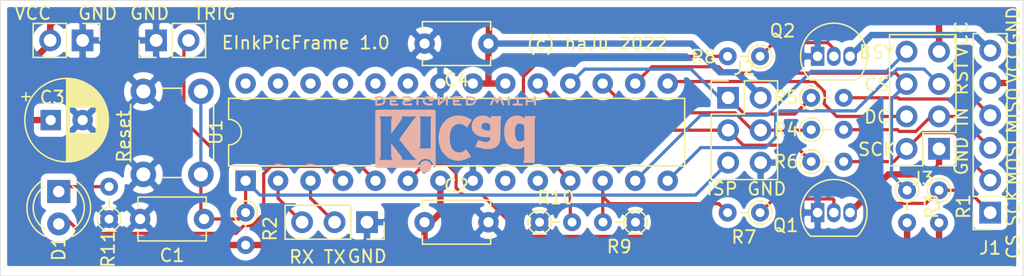
<source format=kicad_pcb>
(kicad_pcb (version 20171130) (host pcbnew "(5.1.12)-1")
  (layers (0 F.Cu signal) (31 B.Cu signal) (34 B.Paste user) (35 F.Paste user) (36 B.SilkS user hide) (37 F.SilkS user) (38 B.Mask user) (39 F.Mask user) (44 Edge.Cuts user))
  (net 0 "")
  (net 1 RESET)
  (net 2 GND)
  (net 3 +3V3)
  (net 4 LED)
  (net 5 SDCS)
  (net 6 SCK)
  (net 7 MOSI)
  (net 8 MISO)
  (net 9 SDGND)
  (net 10 "Net-(J2-Pad1)")
  (net 11 "Net-(J2-Pad3)")
  (net 12 "Net-(J2-Pad4)")
  (net 13 DPGND)
  (net 14 DPCS)
  (net 15 DPDC)
  (net 16 DPRST)
  (net 17 DPBUSY)
  (net 18 TXD)
  (net 19 RXD)
  (net 20 TRIG)
  (net 21 "Net-(Q1-Pad2)")
  (net 22 "Net-(Q2-Pad2)")
  (net 23 DPFET)
  (net 24 SDFET)
  (net 25 "Net-(U1-Pad9)")
  (net 26 "Net-(U1-Pad23)")
  (net 27 "Net-(U1-Pad10)")
  (net 28 "Net-(U1-Pad24)")
  (net 29 "Net-(U1-Pad25)")
  (net 30 "Net-(U1-Pad26)")
  (net 31 "Net-(U1-Pad27)")
  (net 32 "Net-(U1-Pad28)")
  (net 33 "Net-(D1-Pad1)")
  (module Symbol:KiCad-Logo2_5mm_SilkScreen (layer B.Cu) (at 134.6708 96.8756)
    (fp_text reference REF** hide)
    (fp_text value KiCad-Logo2_5mm_SilkScreen hide)
  )
  (module Connector_PinHeader_2.54mm:PinHeader_2x04_P2.54mm_Vertical (layer F.Cu) (at 172.5 98 180)
    (fp_text reference J3 (at 1.27 -2.33) (layer F.SilkS))
    (fp_text value EPD)
    (pad 1 thru_hole rect (at 0 0 180) (size 1.7 1.7) (drill 1) (layers *.Cu *.Mask) (net 13 DPGND))
    (pad 2 thru_hole oval (at 2.54 0 180) (size 1.7 1.7) (drill 1) (layers *.Cu *.Mask) (net 6 SCK))
    (pad 3 thru_hole oval (at 0 2.54 180) (size 1.7 1.7) (drill 1) (layers *.Cu *.Mask) (net 7 MOSI))
    (pad 4 thru_hole oval (at 2.54 2.54 180) (size 1.7 1.7) (drill 1) (layers *.Cu *.Mask) (net 15 DPDC))
    (pad 5 thru_hole oval (at 0 5.08 180) (size 1.7 1.7) (drill 1) (layers *.Cu *.Mask) (net 16 DPRST))
    (pad 6 thru_hole oval (at 2.54 5.08 180) (size 1.7 1.7) (drill 1) (layers *.Cu *.Mask) (net 14 DPCS))
    (pad 7 thru_hole oval (at 0 7.62 180) (size 1.7 1.7) (drill 1) (layers *.Cu *.Mask) (net 3 +3V3))
    (pad 8 thru_hole oval (at 2.54 7.62 180) (size 1.7 1.7) (drill 1) (layers *.Cu *.Mask) (net 17 DPBUSY))
  )
  (module LED_THT:LED_D4.0mm (layer F.Cu) (at 103.632 101.346 270)
    (fp_text reference D1 (at 4.4704 0 90) (layer F.SilkS))
    (fp_text value LED)
    (pad 1 thru_hole rect (at 0 0 270) (size 1.8 1.8) (drill 0.9) (layers *.Cu *.Mask) (net 33 "Net-(D1-Pad1)"))
    (pad 2 thru_hole circle (at 2.54 0 270) (size 1.8 1.8) (drill 0.9) (layers *.Cu *.Mask) (net 4 LED))
  )
  (module Capacitor_THT:C_Disc_D5.1mm_W3.2mm_P5.00mm (layer F.Cu) (at 115 103.5 180)
    (fp_text reference C1 (at 2.5 -2.85) (layer F.SilkS))
    (fp_text value "100 nF")
    (pad 1 thru_hole circle (at 0 0 180) (size 1.6 1.6) (drill 0.8) (layers *.Cu *.Mask) (net 1 RESET))
    (pad 2 thru_hole circle (at 5 0 180) (size 1.6 1.6) (drill 0.8) (layers *.Cu *.Mask) (net 2 GND))
  )
  (module Capacitor_THT:C_Disc_D5.1mm_W3.2mm_P5.00mm (layer F.Cu) (at 132.25 103.75)
    (fp_text reference C2 (at 2.5 -2.85) (layer F.SilkS))
    (fp_text value "0.1 uF")
    (pad 1 thru_hole circle (at 0 0) (size 1.6 1.6) (drill 0.8) (layers *.Cu *.Mask) (net 3 +3V3))
    (pad 2 thru_hole circle (at 5 0) (size 1.6 1.6) (drill 0.8) (layers *.Cu *.Mask) (net 2 GND))
  )
  (module Capacitor_THT:CP_Radial_D6.3mm_P2.50mm (layer F.Cu) (at 103 95.75)
    (fp_text reference C3 (at 0.124 -1.77) (layer F.SilkS))
    (fp_text value CP)
    (pad 1 thru_hole rect (at 0 0) (size 1.6 1.6) (drill 0.8) (layers *.Cu *.Mask) (net 3 +3V3))
    (pad 2 thru_hole circle (at 2.5 0) (size 1.6 1.6) (drill 0.8) (layers *.Cu *.Mask) (net 2 GND))
  )
  (module Capacitor_THT:C_Disc_D5.1mm_W3.2mm_P5.00mm (layer F.Cu) (at 137.25 89.75 180)
    (fp_text reference C4 (at 2.5 -2.85) (layer F.SilkS))
    (fp_text value "0.1 uF")
    (pad 2 thru_hole circle (at 5 0 180) (size 1.6 1.6) (drill 0.8) (layers *.Cu *.Mask) (net 2 GND))
    (pad 1 thru_hole circle (at 0 0 180) (size 1.6 1.6) (drill 0.8) (layers *.Cu *.Mask) (net 3 +3V3))
  )
  (module Connector_PinHeader_2.54mm:PinHeader_2x03_P2.54mm_Vertical (layer F.Cu) (at 156 94)
    (fp_text reference J2 (at 1.27 -2.33) (layer F.SilkS))
    (fp_text value AVR-ISP-6)
    (pad 1 thru_hole rect (at 0 0) (size 1.7 1.7) (drill 1) (layers *.Cu *.Mask) (net 10 "Net-(J2-Pad1)"))
    (pad 2 thru_hole oval (at 2.54 0) (size 1.7 1.7) (drill 1) (layers *.Cu *.Mask) (net 3 +3V3))
    (pad 3 thru_hole oval (at 0 2.54) (size 1.7 1.7) (drill 1) (layers *.Cu *.Mask) (net 11 "Net-(J2-Pad3)"))
    (pad 4 thru_hole oval (at 2.54 2.54) (size 1.7 1.7) (drill 1) (layers *.Cu *.Mask) (net 12 "Net-(J2-Pad4)"))
    (pad 5 thru_hole oval (at 0 5.08) (size 1.7 1.7) (drill 1) (layers *.Cu *.Mask) (net 1 RESET))
    (pad 6 thru_hole oval (at 2.54 5.08) (size 1.7 1.7) (drill 1) (layers *.Cu *.Mask) (net 2 GND))
  )
  (module Connector_PinHeader_2.54mm:PinHeader_1x02_P2.54mm_Vertical (layer F.Cu) (at 105.5 89.5 270)
    (fp_text reference J4 hide)
    (fp_text value Power)
    (pad 1 thru_hole rect (at 0 0 270) (size 1.7 1.7) (drill 1) (layers *.Cu *.Mask) (net 2 GND))
    (pad 2 thru_hole oval (at 0 2.54 270) (size 1.7 1.7) (drill 1) (layers *.Cu *.Mask) (net 3 +3V3))
  )
  (module Connector_PinHeader_2.54mm:PinHeader_1x02_P2.54mm_Vertical (layer F.Cu) (at 111.25 89.5 90)
    (fp_text reference J6 hide)
    (fp_text value TRIG)
    (pad 2 thru_hole oval (at 0 2.54 90) (size 1.7 1.7) (drill 1) (layers *.Cu *.Mask) (net 20 TRIG))
    (pad 1 thru_hole rect (at 0 0 90) (size 1.7 1.7) (drill 1) (layers *.Cu *.Mask) (net 2 GND))
  )
  (module Package_TO_SOT_THT:TO-92_Inline (layer F.Cu) (at 163 103)
    (fp_text reference Q1 (at -2.5 1) (layer F.SilkS))
    (fp_text value 2N7000)
    (pad 2 thru_hole oval (at 1.27 0) (size 1.05 1.5) (drill 0.75) (layers *.Cu *.Mask) (net 21 "Net-(Q1-Pad2)"))
    (pad 3 thru_hole oval (at 2.54 0) (size 1.05 1.5) (drill 0.75) (layers *.Cu *.Mask) (net 13 DPGND))
    (pad 1 thru_hole rect (at 0 0) (size 1.05 1.5) (drill 0.75) (layers *.Cu *.Mask) (net 2 GND))
  )
  (module Package_TO_SOT_THT:TO-92_Inline (layer F.Cu) (at 163 90.75)
    (fp_text reference Q2 (at -2.75 -2) (layer F.SilkS))
    (fp_text value 2N7000)
    (pad 1 thru_hole rect (at 0 0) (size 1.05 1.5) (drill 0.75) (layers *.Cu *.Mask) (net 2 GND))
    (pad 3 thru_hole oval (at 2.54 0) (size 1.05 1.5) (drill 0.75) (layers *.Cu *.Mask) (net 9 SDGND))
    (pad 2 thru_hole oval (at 1.27 0) (size 1.05 1.5) (drill 0.75) (layers *.Cu *.Mask) (net 22 "Net-(Q2-Pad2)"))
  )
  (module Resistor_THT:R_Axial_DIN0204_L3.6mm_D1.6mm_P2.54mm_Vertical (layer F.Cu) (at 172.5 101.25 270)
    (fp_text reference R1 (at 1.27 -1.92 90) (layer F.SilkS))
    (fp_text value 1M)
    (pad 2 thru_hole oval (at 2.54 0 270) (size 1.4 1.4) (drill 0.7) (layers *.Cu *.Mask) (net 3 +3V3))
    (pad 1 thru_hole circle (at 0 0 270) (size 1.4 1.4) (drill 0.7) (layers *.Cu *.Mask) (net 5 SDCS))
  )
  (module Resistor_THT:R_Axial_DIN0204_L3.6mm_D1.6mm_P2.54mm_Vertical (layer F.Cu) (at 118.25 103 270)
    (fp_text reference R2 (at 1.27 -1.92 90) (layer F.SilkS))
    (fp_text value 10K)
    (pad 2 thru_hole oval (at 2.54 0 270) (size 1.4 1.4) (drill 0.7) (layers *.Cu *.Mask) (net 3 +3V3))
    (pad 1 thru_hole circle (at 0 0 270) (size 1.4 1.4) (drill 0.7) (layers *.Cu *.Mask) (net 1 RESET))
  )
  (module Resistor_THT:R_Axial_DIN0204_L3.6mm_D1.6mm_P2.54mm_Vertical (layer F.Cu) (at 170 101.25 270)
    (fp_text reference R3 (at 1.27 -1.92 90) (layer F.SilkS))
    (fp_text value 1M)
    (pad 1 thru_hole circle (at 0 0 270) (size 1.4 1.4) (drill 0.7) (layers *.Cu *.Mask) (net 14 DPCS))
    (pad 2 thru_hole oval (at 2.54 0 270) (size 1.4 1.4) (drill 0.7) (layers *.Cu *.Mask) (net 3 +3V3))
  )
  (module Resistor_THT:R_Axial_DIN0204_L3.6mm_D1.6mm_P2.54mm_Vertical (layer F.Cu) (at 162.5 96.5)
    (fp_text reference R4 (at -1.972 0) (layer F.SilkS))
    (fp_text value 330)
    (pad 2 thru_hole oval (at 2.54 0) (size 1.4 1.4) (drill 0.7) (layers *.Cu *.Mask) (net 7 MOSI))
    (pad 1 thru_hole circle (at 0 0) (size 1.4 1.4) (drill 0.7) (layers *.Cu *.Mask) (net 12 "Net-(J2-Pad4)"))
  )
  (module Resistor_THT:R_Axial_DIN0204_L3.6mm_D1.6mm_P2.54mm_Vertical (layer F.Cu) (at 162.5 94)
    (fp_text reference R5 (at -1.972 -0.02) (layer F.SilkS))
    (fp_text value 330)
    (pad 1 thru_hole circle (at 0 0) (size 1.4 1.4) (drill 0.7) (layers *.Cu *.Mask) (net 10 "Net-(J2-Pad1)"))
    (pad 2 thru_hole oval (at 2.54 0) (size 1.4 1.4) (drill 0.7) (layers *.Cu *.Mask) (net 8 MISO))
  )
  (module Resistor_THT:R_Axial_DIN0204_L3.6mm_D1.6mm_P2.54mm_Vertical (layer F.Cu) (at 162.5 99)
    (fp_text reference R6 (at -1.972 0) (layer F.SilkS))
    (fp_text value 330)
    (pad 2 thru_hole oval (at 2.54 0) (size 1.4 1.4) (drill 0.7) (layers *.Cu *.Mask) (net 6 SCK))
    (pad 1 thru_hole circle (at 0 0) (size 1.4 1.4) (drill 0.7) (layers *.Cu *.Mask) (net 11 "Net-(J2-Pad3)"))
  )
  (module Resistor_THT:R_Axial_DIN0204_L3.6mm_D1.6mm_P2.54mm_Vertical (layer F.Cu) (at 158.5 103 180)
    (fp_text reference R7 (at 1.27 -1.92) (layer F.SilkS))
    (fp_text value 180)
    (pad 1 thru_hole circle (at 0 0 180) (size 1.4 1.4) (drill 0.7) (layers *.Cu *.Mask) (net 21 "Net-(Q1-Pad2)"))
    (pad 2 thru_hole oval (at 2.54 0 180) (size 1.4 1.4) (drill 0.7) (layers *.Cu *.Mask) (net 23 DPFET))
  )
  (module Resistor_THT:R_Axial_DIN0204_L3.6mm_D1.6mm_P2.54mm_Vertical (layer F.Cu) (at 158.5 90.75 180)
    (fp_text reference R8 (at 4.4236 -0.0296) (layer F.SilkS))
    (fp_text value 180)
    (pad 1 thru_hole circle (at 0 0 180) (size 1.4 1.4) (drill 0.7) (layers *.Cu *.Mask) (net 22 "Net-(Q2-Pad2)"))
    (pad 2 thru_hole oval (at 2.54 0 180) (size 1.4 1.4) (drill 0.7) (layers *.Cu *.Mask) (net 24 SDFET))
  )
  (module Resistor_THT:R_Axial_DIN0204_L3.6mm_D1.6mm_P2.54mm_Vertical (layer F.Cu) (at 148.75 103.75 180)
    (fp_text reference R9 (at 1.27 -1.92) (layer F.SilkS))
    (fp_text value 1M)
    (pad 2 thru_hole oval (at 2.54 0 180) (size 1.4 1.4) (drill 0.7) (layers *.Cu *.Mask) (net 23 DPFET))
    (pad 1 thru_hole circle (at 0 0 180) (size 1.4 1.4) (drill 0.7) (layers *.Cu *.Mask) (net 2 GND))
  )
  (module Resistor_THT:R_Axial_DIN0204_L3.6mm_D1.6mm_P2.54mm_Vertical (layer F.Cu) (at 141.25 103.75)
    (fp_text reference R10 (at 1.27 -1.92) (layer F.SilkS))
    (fp_text value 1M)
    (pad 1 thru_hole circle (at 0 0) (size 1.4 1.4) (drill 0.7) (layers *.Cu *.Mask) (net 2 GND))
    (pad 2 thru_hole oval (at 2.54 0) (size 1.4 1.4) (drill 0.7) (layers *.Cu *.Mask) (net 24 SDFET))
  )
  (module Button_Switch_THT:SW_PUSH_6mm (layer F.Cu) (at 110.25 100 90)
    (fp_text reference SW1 hide)
    (fp_text value SW_Push)
    (pad 2 thru_hole circle (at 0 4.5 180) (size 2 2) (drill 1.1) (layers *.Cu *.Mask) (net 1 RESET))
    (pad 1 thru_hole circle (at 0 0 180) (size 2 2) (drill 1.1) (layers *.Cu *.Mask) (net 2 GND))
    (pad 2 thru_hole circle (at 6.5 4.5 180) (size 2 2) (drill 1.1) (layers *.Cu *.Mask) (net 1 RESET))
    (pad 1 thru_hole circle (at 6.5 0 180) (size 2 2) (drill 1.1) (layers *.Cu *.Mask) (net 2 GND))
  )
  (module Package_DIP:DIP-28_W7.62mm (layer F.Cu) (at 118.25 100.5 90)
    (fp_text reference U1 (at 3.81 -2.33 90) (layer F.SilkS))
    (fp_text value ATmega328P-PU)
    (pad 1 thru_hole rect (at 0 0 90) (size 1.6 1.6) (drill 0.8) (layers *.Cu *.Mask) (net 1 RESET))
    (pad 15 thru_hole oval (at 7.62 33.02 90) (size 1.6 1.6) (drill 0.8) (layers *.Cu *.Mask) (net 15 DPDC))
    (pad 2 thru_hole oval (at 0 2.54 90) (size 1.6 1.6) (drill 0.8) (layers *.Cu *.Mask) (net 19 RXD))
    (pad 16 thru_hole oval (at 7.62 30.48 90) (size 1.6 1.6) (drill 0.8) (layers *.Cu *.Mask) (net 14 DPCS))
    (pad 3 thru_hole oval (at 0 5.08 90) (size 1.6 1.6) (drill 0.8) (layers *.Cu *.Mask) (net 18 TXD))
    (pad 17 thru_hole oval (at 7.62 27.94 90) (size 1.6 1.6) (drill 0.8) (layers *.Cu *.Mask) (net 12 "Net-(J2-Pad4)"))
    (pad 4 thru_hole oval (at 0 7.62 90) (size 1.6 1.6) (drill 0.8) (layers *.Cu *.Mask) (net 4 LED))
    (pad 18 thru_hole oval (at 7.62 25.4 90) (size 1.6 1.6) (drill 0.8) (layers *.Cu *.Mask) (net 10 "Net-(J2-Pad1)"))
    (pad 5 thru_hole oval (at 0 10.16 90) (size 1.6 1.6) (drill 0.8) (layers *.Cu *.Mask) (net 20 TRIG))
    (pad 19 thru_hole oval (at 7.62 22.86 90) (size 1.6 1.6) (drill 0.8) (layers *.Cu *.Mask) (net 11 "Net-(J2-Pad3)"))
    (pad 6 thru_hole oval (at 0 12.7 90) (size 1.6 1.6) (drill 0.8) (layers *.Cu *.Mask) (net 5 SDCS))
    (pad 20 thru_hole oval (at 7.62 20.32 90) (size 1.6 1.6) (drill 0.8) (layers *.Cu *.Mask) (net 3 +3V3))
    (pad 7 thru_hole oval (at 0 15.24 90) (size 1.6 1.6) (drill 0.8) (layers *.Cu *.Mask) (net 3 +3V3))
    (pad 21 thru_hole oval (at 7.62 17.78 90) (size 1.6 1.6) (drill 0.8) (layers *.Cu *.Mask) (net 3 +3V3))
    (pad 8 thru_hole oval (at 0 17.78 90) (size 1.6 1.6) (drill 0.8) (layers *.Cu *.Mask) (net 2 GND))
    (pad 22 thru_hole oval (at 7.62 15.24 90) (size 1.6 1.6) (drill 0.8) (layers *.Cu *.Mask) (net 2 GND))
    (pad 9 thru_hole oval (at 0 20.32 90) (size 1.6 1.6) (drill 0.8) (layers *.Cu *.Mask) (net 25 "Net-(U1-Pad9)"))
    (pad 23 thru_hole oval (at 7.62 12.7 90) (size 1.6 1.6) (drill 0.8) (layers *.Cu *.Mask) (net 26 "Net-(U1-Pad23)"))
    (pad 10 thru_hole oval (at 0 22.86 90) (size 1.6 1.6) (drill 0.8) (layers *.Cu *.Mask) (net 27 "Net-(U1-Pad10)"))
    (pad 24 thru_hole oval (at 7.62 10.16 90) (size 1.6 1.6) (drill 0.8) (layers *.Cu *.Mask) (net 28 "Net-(U1-Pad24)"))
    (pad 11 thru_hole oval (at 0 25.4 90) (size 1.6 1.6) (drill 0.8) (layers *.Cu *.Mask) (net 24 SDFET))
    (pad 25 thru_hole oval (at 7.62 7.62 90) (size 1.6 1.6) (drill 0.8) (layers *.Cu *.Mask) (net 29 "Net-(U1-Pad25)"))
    (pad 12 thru_hole oval (at 0 27.94 90) (size 1.6 1.6) (drill 0.8) (layers *.Cu *.Mask) (net 23 DPFET))
    (pad 26 thru_hole oval (at 7.62 5.08 90) (size 1.6 1.6) (drill 0.8) (layers *.Cu *.Mask) (net 30 "Net-(U1-Pad26)"))
    (pad 13 thru_hole oval (at 0 30.48 90) (size 1.6 1.6) (drill 0.8) (layers *.Cu *.Mask) (net 17 DPBUSY))
    (pad 27 thru_hole oval (at 7.62 2.54 90) (size 1.6 1.6) (drill 0.8) (layers *.Cu *.Mask) (net 31 "Net-(U1-Pad27)"))
    (pad 14 thru_hole oval (at 0 33.02 90) (size 1.6 1.6) (drill 0.8) (layers *.Cu *.Mask) (net 16 DPRST))
    (pad 28 thru_hole oval (at 7.62 0 90) (size 1.6 1.6) (drill 0.8) (layers *.Cu *.Mask) (net 32 "Net-(U1-Pad28)"))
  )
  (module Resistor_THT:R_Axial_DIN0204_L3.6mm_D1.6mm_P2.54mm_Vertical (layer F.Cu) (at 107.569 103.505 90)
    (fp_text reference R11 (at -2.3622 -0.0762 90) (layer F.SilkS))
    (fp_text value 330)
    (pad 1 thru_hole circle (at 0 0 90) (size 1.4 1.4) (drill 0.7) (layers *.Cu *.Mask) (net 2 GND))
    (pad 2 thru_hole oval (at 2.54 0 90) (size 1.4 1.4) (drill 0.7) (layers *.Cu *.Mask) (net 33 "Net-(D1-Pad1)"))
  )
  (module Connector_PinSocket_2.54mm:PinSocket_1x06_P2.54mm_Vertical (layer F.Cu) (at 176.5 103 180)
    (fp_text reference J1 (at 0 -2.77) (layer F.SilkS))
    (fp_text value SD)
    (pad 1 thru_hole rect (at 0 0 180) (size 1.7 1.7) (drill 1) (layers *.Cu *.Mask) (net 5 SDCS))
    (pad 2 thru_hole oval (at 0 2.54 180) (size 1.7 1.7) (drill 1) (layers *.Cu *.Mask) (net 6 SCK))
    (pad 3 thru_hole oval (at 0 5.08 180) (size 1.7 1.7) (drill 1) (layers *.Cu *.Mask) (net 7 MOSI))
    (pad 4 thru_hole oval (at 0 7.62 180) (size 1.7 1.7) (drill 1) (layers *.Cu *.Mask) (net 8 MISO))
    (pad 5 thru_hole oval (at 0 10.16 180) (size 1.7 1.7) (drill 1) (layers *.Cu *.Mask) (net 3 +3V3))
    (pad 6 thru_hole oval (at 0 12.7 180) (size 1.7 1.7) (drill 1) (layers *.Cu *.Mask) (net 9 SDGND))
  )
  (module Connector_PinSocket_2.54mm:PinSocket_1x03_P2.54mm_Vertical (layer F.Cu) (at 127.75 103.75 270)
    (fp_text reference J5 hide)
    (fp_text value UART)
    (pad 1 thru_hole rect (at 0 0 270) (size 1.7 1.7) (drill 1) (layers *.Cu *.Mask) (net 2 GND))
    (pad 2 thru_hole oval (at 0 2.54 270) (size 1.7 1.7) (drill 1) (layers *.Cu *.Mask) (net 18 TXD))
    (pad 3 thru_hole oval (at 0 5.08 270) (size 1.7 1.7) (drill 1) (layers *.Cu *.Mask) (net 19 RXD))
  )
  (gr_text "ISP GND" (at 157.4292 101.1428) (layer F.SilkS) (effects (font (size 1 1))))
  (gr_text GND (at 127.762 106.426) (layer F.SilkS) (effects (font (size 1 1))))
  (gr_text TX (at 125.222 106.4768) (layer F.SilkS) (effects (font (size 1 1))))
  (gr_text RX (at 122.6312 106.4768) (layer F.SilkS) (effects (font (size 1 1))))
  (gr_text CS (at 178.308 105.664 90) (layer F.SilkS) (effects (font (size 1 1))))
  (gr_text SCK (at 178.308 102.616 90) (layer F.SilkS) (effects (font (size 1 1))))
  (gr_text MOSI (at 178.308 99.06 90) (layer F.SilkS) (effects (font (size 1 1))))
  (gr_text MISO (at 178.308 94.996 90) (layer F.SilkS) (effects (font (size 1 1))))
  (gr_text VCC (at 178.308 91.44 90) (layer F.SilkS) (effects (font (size 1 1))))
  (gr_text GND (at 178.308 88.392 90) (layer F.SilkS) (effects (font (size 1 1))))
  (gr_text GND (at 174.244 98.552 90) (layer F.SilkS) (effects (font (size 1 1))))
  (gr_text IN (at 174.244 95.504 90) (layer F.SilkS) (effects (font (size 1 1))))
  (gr_text RST (at 174.244 92.456 90) (layer F.SilkS) (effects (font (size 1 1))))
  (gr_text "VCC\n" (at 174.244 89.408 90) (layer F.SilkS) (effects (font (size 1 1))))
  (gr_text BSY (at 167.64 90.424) (layer F.SilkS) (effects (font (size 1 1))))
  (gr_text "DC\n" (at 167.64 95.504) (layer F.SilkS) (effects (font (size 1 1))))
  (gr_text CS (at 167.64 92.964) (layer F.SilkS) (effects (font (size 1 1))))
  (gr_text SCK (at 167.64 98.044) (layer F.SilkS) (effects (font (size 1 1))))
  (gr_text Reset (at 108.712 97.028 90) (layer F.SilkS) (effects (font (size 1 1))))
  (gr_text TRIG (at 115.824 87.376) (layer F.SilkS) (effects (font (size 1 1))))
  (gr_text GND (at 110.744 87.376) (layer F.SilkS) (effects (font (size 1 1))))
  (gr_text GND (at 106.68 87.376) (layer F.SilkS) (effects (font (size 1 1))))
  (gr_text VCC (at 101.6 87.376) (layer F.SilkS) (effects (font (size 1 1))))
  (gr_line (start 179.07 86.36) (end 99.06 86.36) (layer Edge.Cuts) (width 0.05))
  (gr_line (start 179.07 107.95) (end 179.07 86.36) (layer Edge.Cuts) (width 0.05))
  (gr_line (start 99.06 107.95) (end 179.07 107.95) (layer Edge.Cuts) (width 0.05))
  (gr_line (start 99.06 86.36) (end 99.06 107.95) (layer Edge.Cuts) (width 0.05))
  (gr_text "(c) haJu 2022" (at 145.75 89.75) (layer F.SilkS) (effects (font (size 1 1))))
  (gr_text "EInkPicFrame 1.0" (at 122.9614 89.6874) (layer F.SilkS) (effects (font (size 1 1))))
  (segment (start 114.75 103.25) (end 115 103.5) (width 0.25) (layer F.Cu) (net 1))
  (segment (start 114.75 100) (end 114.75 103.25) (width 0.25) (layer F.Cu) (net 1))
  (segment (start 118.25 103) (end 118.25 100.5) (width 0.25) (layer F.Cu) (net 1))
  (segment (start 117.75 103.5) (end 118.25 103) (width 0.25) (layer F.Cu) (net 1))
  (segment (start 115 103.5) (end 117.75 103.5) (width 0.25) (layer F.Cu) (net 1))
  (segment (start 153.454999 101.625001) (end 156 99.08) (width 0.25) (layer B.Cu) (net 1))
  (segment (start 119.375001 101.625001) (end 153.454999 101.625001) (width 0.25) (layer B.Cu) (net 1))
  (segment (start 118.25 100.5) (end 119.375001 101.625001) (width 0.25) (layer B.Cu) (net 1))
  (segment (start 114.75 100) (end 114.75 93.5) (width 0.25) (layer B.Cu) (net 1))
  (segment (start 107.46 103.5) (end 107.5 103.54) (width 0.25) (layer F.Cu) (net 2))
  (segment (start 102.96 89.71) (end 101.25 91.42) (width 0.5) (layer F.Cu) (net 3))
  (segment (start 102.96 89.5) (end 102.96 89.71) (width 0.5) (layer F.Cu) (net 3))
  (segment (start 101.25 91.42) (end 101.25 95.75) (width 0.5) (layer F.Cu) (net 3))
  (segment (start 101.25 95.75) (end 103 95.75) (width 0.5) (layer F.Cu) (net 3))
  (segment (start 101.25 104.400002) (end 101.25 95.75) (width 0.5) (layer F.Cu) (net 3))
  (segment (start 102.389998 105.54) (end 101.25 104.400002) (width 0.5) (layer F.Cu) (net 3))
  (segment (start 118.25 105.54) (end 102.389998 105.54) (width 0.5) (layer F.Cu) (net 3))
  (segment (start 118.25 105.54) (end 132.21 105.54) (width 0.5) (layer F.Cu) (net 3))
  (segment (start 132.25 105.5) (end 132.25 103.75) (width 0.5) (layer F.Cu) (net 3))
  (segment (start 132.21 105.54) (end 132.25 105.5) (width 0.5) (layer F.Cu) (net 3))
  (segment (start 132.25 103.75) (end 132.75 103.75) (width 0.5) (layer F.Cu) (net 3))
  (segment (start 133.49 103.01) (end 133.49 100.5) (width 0.5) (layer F.Cu) (net 3))
  (segment (start 132.75 103.75) (end 133.49 103.01) (width 0.5) (layer F.Cu) (net 3))
  (segment (start 132.21 105.54) (end 169.96 105.54) (width 0.5) (layer F.Cu) (net 3))
  (segment (start 170 105.5) (end 170 103.79) (width 0.5) (layer F.Cu) (net 3))
  (segment (start 169.96 105.54) (end 170 105.5) (width 0.5) (layer F.Cu) (net 3))
  (segment (start 169.96 105.54) (end 172.46 105.54) (width 0.5) (layer F.Cu) (net 3))
  (segment (start 172.5 105.5) (end 172.5 103.79) (width 0.5) (layer F.Cu) (net 3))
  (segment (start 172.46 105.54) (end 172.5 105.5) (width 0.5) (layer F.Cu) (net 3))
  (segment (start 102.96 88.297919) (end 103.487909 87.77001) (width 0.5) (layer F.Cu) (net 3))
  (segment (start 102.96 89.5) (end 102.96 88.297919) (width 0.5) (layer F.Cu) (net 3))
  (segment (start 103.487909 87.77001) (end 137.287 87.77001) (width 0.5) (layer F.Cu) (net 3))
  (segment (start 137.287 89.713) (end 137.25 89.75) (width 0.5) (layer F.Cu) (net 3))
  (segment (start 137.287 87.77001) (end 137.287 89.713) (width 0.5) (layer F.Cu) (net 3))
  (segment (start 177.924 92.84) (end 176.5 92.84) (width 0.5) (layer F.Cu) (net 3))
  (segment (start 178.100001 92.663999) (end 177.924 92.84) (width 0.5) (layer F.Cu) (net 3))
  (segment (start 178.100001 88.311001) (end 178.100001 92.663999) (width 0.5) (layer F.Cu) (net 3))
  (segment (start 177.55901 87.77001) (end 178.100001 88.311001) (width 0.5) (layer F.Cu) (net 3))
  (segment (start 178.100001 104.450001) (end 178.100001 92.663999) (width 0.5) (layer F.Cu) (net 3))
  (segment (start 177.010002 105.54) (end 178.100001 104.450001) (width 0.5) (layer F.Cu) (net 3))
  (segment (start 172.46 105.54) (end 177.010002 105.54) (width 0.5) (layer F.Cu) (net 3))
  (segment (start 137.25 92.833) (end 137.203 92.88) (width 0.5) (layer F.Cu) (net 3))
  (segment (start 137.25 89.75) (end 137.25 92.833) (width 0.5) (layer F.Cu) (net 3))
  (segment (start 137.203 92.88) (end 138.57 92.88) (width 0.5) (layer F.Cu) (net 3))
  (segment (start 136.03 92.88) (end 137.203 92.88) (width 0.5) (layer F.Cu) (net 3))
  (segment (start 172.57999 87.77001) (end 177.55901 87.77001) (width 0.5) (layer F.Cu) (net 3))
  (segment (start 157.33999 87.77001) (end 172.57999 87.77001) (width 0.5) (layer F.Cu) (net 3))
  (segment (start 137.287 87.77001) (end 157.33999 87.77001) (width 0.5) (layer F.Cu) (net 3))
  (segment (start 153.109998 89.75) (end 137.25 89.75) (width 0.5) (layer B.Cu) (net 3))
  (segment (start 155.359999 92.000001) (end 153.109998 89.75) (width 0.5) (layer B.Cu) (net 3))
  (segment (start 156.690003 92.000001) (end 155.359999 92.000001) (width 0.5) (layer B.Cu) (net 3))
  (segment (start 158.54 93.849998) (end 156.690003 92.000001) (width 0.5) (layer B.Cu) (net 3))
  (segment (start 158.54 94) (end 158.54 93.849998) (width 0.5) (layer B.Cu) (net 3))
  (segment (start 172.5 87.85) (end 172.57999 87.77001) (width 0.5) (layer F.Cu) (net 3))
  (segment (start 172.5 90.38) (end 172.5 87.85) (width 0.5) (layer F.Cu) (net 3))
  (segment (start 124.744999 99.374999) (end 125.87 100.5) (width 0.25) (layer F.Cu) (net 4))
  (segment (start 119.664999 103.102003) (end 119.664999 99.959999) (width 0.25) (layer F.Cu) (net 4))
  (segment (start 118.742001 104.025001) (end 119.664999 103.102003) (width 0.25) (layer F.Cu) (net 4))
  (segment (start 118.099997 104.025001) (end 118.742001 104.025001) (width 0.25) (layer F.Cu) (net 4))
  (segment (start 117.499997 104.625001) (end 118.099997 104.025001) (width 0.25) (layer F.Cu) (net 4))
  (segment (start 120.249999 99.374999) (end 124.744999 99.374999) (width 0.25) (layer F.Cu) (net 4))
  (segment (start 105.387001 104.625001) (end 117.499997 104.625001) (width 0.25) (layer F.Cu) (net 4))
  (segment (start 119.664999 99.959999) (end 120.249999 99.374999) (width 0.25) (layer F.Cu) (net 4))
  (segment (start 104.267 103.505) (end 105.387001 104.625001) (width 0.25) (layer F.Cu) (net 4))
  (segment (start 174.75 101.25) (end 176.5 103) (width 0.25) (layer F.Cu) (net 5))
  (segment (start 172.5 101.25) (end 174.75 101.25) (width 0.25) (layer F.Cu) (net 5))
  (segment (start 132.175001 99.274999) (end 130.95 100.5) (width 0.25) (layer F.Cu) (net 5))
  (segment (start 134.078001 99.274999) (end 132.175001 99.274999) (width 0.25) (layer F.Cu) (net 5))
  (segment (start 136.790003 101.625001) (end 135.280001 101.625001) (width 0.25) (layer F.Cu) (net 5))
  (segment (start 134.715001 101.060001) (end 134.715001 99.911999) (width 0.25) (layer F.Cu) (net 5))
  (segment (start 140.029992 104.86499) (end 136.790003 101.625001) (width 0.25) (layer F.Cu) (net 5))
  (segment (start 134.715001 99.911999) (end 134.078001 99.274999) (width 0.25) (layer F.Cu) (net 5))
  (segment (start 165.89901 104.86499) (end 140.029992 104.86499) (width 0.25) (layer F.Cu) (net 5))
  (segment (start 168.488999 102.275001) (end 165.89901 104.86499) (width 0.25) (layer F.Cu) (net 5))
  (segment (start 171.474999 102.275001) (end 168.488999 102.275001) (width 0.25) (layer F.Cu) (net 5))
  (segment (start 135.280001 101.625001) (end 134.715001 101.060001) (width 0.25) (layer F.Cu) (net 5))
  (segment (start 172.5 101.25) (end 171.474999 102.275001) (width 0.25) (layer F.Cu) (net 5))
  (segment (start 168.96 99) (end 169.96 98) (width 0.25) (layer F.Cu) (net 6))
  (segment (start 165.04 99) (end 168.96 99) (width 0.25) (layer F.Cu) (net 6))
  (segment (start 173.690001 96.724999) (end 173.99 97.024998) (width 0.25) (layer F.Cu) (net 6))
  (segment (start 171.235001 96.724999) (end 173.690001 96.724999) (width 0.25) (layer F.Cu) (net 6))
  (segment (start 169.96 98) (end 171.235001 96.724999) (width 0.25) (layer F.Cu) (net 6))
  (segment (start 173.99 97.95) (end 176.5 100.46) (width 0.25) (layer F.Cu) (net 6))
  (segment (start 173.99 97.024998) (end 173.99 97.95) (width 0.25) (layer F.Cu) (net 6))
  (segment (start 174.04 95.46) (end 176.5 97.92) (width 0.25) (layer F.Cu) (net 7))
  (segment (start 172.5 95.46) (end 174.04 95.46) (width 0.25) (layer F.Cu) (net 7))
  (segment (start 171.86359 95.46) (end 172.5 95.46) (width 0.25) (layer F.Cu) (net 7))
  (segment (start 170.688589 96.635001) (end 171.86359 95.46) (width 0.25) (layer F.Cu) (net 7))
  (segment (start 169.395999 96.635001) (end 170.688589 96.635001) (width 0.25) (layer F.Cu) (net 7))
  (segment (start 169.260998 96.5) (end 169.395999 96.635001) (width 0.25) (layer F.Cu) (net 7))
  (segment (start 165.04 96.5) (end 169.260998 96.5) (width 0.25) (layer F.Cu) (net 7))
  (segment (start 175.215001 94.095001) (end 176.5 95.38) (width 0.25) (layer F.Cu) (net 8))
  (segment (start 169.395999 94.095001) (end 175.215001 94.095001) (width 0.25) (layer F.Cu) (net 8))
  (segment (start 169.300998 94) (end 169.395999 94.095001) (width 0.25) (layer F.Cu) (net 8))
  (segment (start 165.04 94) (end 169.300998 94) (width 0.25) (layer F.Cu) (net 8))
  (segment (start 167.210001 89.079999) (end 165.54 90.75) (width 0.5) (layer B.Cu) (net 9))
  (segment (start 175.279999 89.079999) (end 167.210001 89.079999) (width 0.5) (layer B.Cu) (net 9))
  (segment (start 176.5 90.3) (end 175.279999 89.079999) (width 0.5) (layer B.Cu) (net 9))
  (segment (start 157.275001 95.275001) (end 156 94) (width 0.25) (layer F.Cu) (net 10))
  (segment (start 161.224999 95.275001) (end 157.275001 95.275001) (width 0.25) (layer F.Cu) (net 10))
  (segment (start 162.5 94) (end 161.224999 95.275001) (width 0.25) (layer F.Cu) (net 10))
  (segment (start 156 94) (end 155.341 94) (width 0.25) (layer B.Cu) (net 10))
  (segment (start 144.775001 91.754999) (end 143.65 92.88) (width 0.25) (layer B.Cu) (net 10))
  (segment (start 153.095999 91.754999) (end 144.775001 91.754999) (width 0.25) (layer B.Cu) (net 10))
  (segment (start 155.341 94) (end 153.095999 91.754999) (width 0.25) (layer B.Cu) (net 10))
  (segment (start 144.77 96.54) (end 156 96.54) (width 0.25) (layer F.Cu) (net 11))
  (segment (start 141.11 92.88) (end 144.77 96.54) (width 0.25) (layer F.Cu) (net 11))
  (segment (start 161.215001 97.715001) (end 162.5 99) (width 0.25) (layer F.Cu) (net 11))
  (segment (start 157.175001 97.715001) (end 161.215001 97.715001) (width 0.25) (layer F.Cu) (net 11))
  (segment (start 156 96.54) (end 157.175001 97.715001) (width 0.25) (layer F.Cu) (net 11))
  (segment (start 162.46 96.54) (end 162.5 96.5) (width 0.25) (layer F.Cu) (net 12))
  (segment (start 158.54 96.54) (end 162.46 96.54) (width 0.25) (layer F.Cu) (net 12))
  (segment (start 157.90359 96.54) (end 158.54 96.54) (width 0.25) (layer F.Cu) (net 12))
  (segment (start 156.538591 95.175001) (end 157.90359 96.54) (width 0.25) (layer F.Cu) (net 12))
  (segment (start 148.485001 95.175001) (end 156.538591 95.175001) (width 0.25) (layer F.Cu) (net 12))
  (segment (start 146.19 92.88) (end 148.485001 95.175001) (width 0.25) (layer F.Cu) (net 12))
  (segment (start 168.540001 99.999999) (end 165.54 103) (width 0.5) (layer F.Cu) (net 13))
  (segment (start 171.850001 99.999999) (end 168.540001 99.999999) (width 0.5) (layer F.Cu) (net 13))
  (segment (start 172.5 99.35) (end 171.850001 99.999999) (width 0.5) (layer F.Cu) (net 13))
  (segment (start 172.5 98) (end 172.5 99.35) (width 0.5) (layer F.Cu) (net 13))
  (segment (start 169.110001 92.070001) (end 169.96 92.92) (width 0.25) (layer F.Cu) (net 14))
  (segment (start 155.762999 92.070001) (end 169.110001 92.070001) (width 0.25) (layer F.Cu) (net 14))
  (segment (start 155.259998 91.567) (end 155.762999 92.070001) (width 0.25) (layer F.Cu) (net 14))
  (segment (start 150.043 91.567) (end 155.259998 91.567) (width 0.25) (layer F.Cu) (net 14))
  (segment (start 148.73 92.88) (end 150.043 91.567) (width 0.25) (layer F.Cu) (net 14))
  (segment (start 168.784999 100.034999) (end 170 101.25) (width 0.25) (layer B.Cu) (net 14))
  (segment (start 168.784999 94.095001) (end 168.784999 100.034999) (width 0.25) (layer B.Cu) (net 14))
  (segment (start 169.96 92.92) (end 168.784999 94.095001) (width 0.25) (layer B.Cu) (net 14))
  (segment (start 151.425001 92.724999) (end 151.27 92.88) (width 0.25) (layer F.Cu) (net 15))
  (segment (start 163.525001 93.507999) (end 162.742001 92.724999) (width 0.25) (layer F.Cu) (net 15))
  (segment (start 163.525001 94.492001) (end 163.525001 93.507999) (width 0.25) (layer F.Cu) (net 15))
  (segment (start 162.742001 92.724999) (end 151.425001 92.724999) (width 0.25) (layer F.Cu) (net 15))
  (segment (start 164.493 95.46) (end 163.525001 94.492001) (width 0.25) (layer F.Cu) (net 15))
  (segment (start 169.96 95.46) (end 164.493 95.46) (width 0.25) (layer F.Cu) (net 15))
  (segment (start 153.865001 97.904999) (end 151.27 100.5) (width 0.25) (layer B.Cu) (net 16))
  (segment (start 158.914003 97.904999) (end 153.865001 97.904999) (width 0.25) (layer B.Cu) (net 16))
  (segment (start 159.715001 97.104001) (end 158.914003 97.904999) (width 0.25) (layer B.Cu) (net 16))
  (segment (start 160.038411 95.025001) (end 159.715001 95.348411) (width 0.25) (layer B.Cu) (net 16))
  (segment (start 169.231411 91.744999) (end 165.951409 95.025001) (width 0.25) (layer B.Cu) (net 16))
  (segment (start 171.324999 91.744999) (end 169.231411 91.744999) (width 0.25) (layer B.Cu) (net 16))
  (segment (start 159.715001 95.348411) (end 159.715001 97.104001) (width 0.25) (layer B.Cu) (net 16))
  (segment (start 165.951409 95.025001) (end 160.038411 95.025001) (width 0.25) (layer B.Cu) (net 16))
  (segment (start 172.5 92.92) (end 171.324999 91.744999) (width 0.25) (layer B.Cu) (net 16))
  (segment (start 153.865001 95.364999) (end 148.73 100.5) (width 0.25) (layer B.Cu) (net 17))
  (segment (start 159.062003 95.364999) (end 153.865001 95.364999) (width 0.25) (layer B.Cu) (net 17))
  (segment (start 162.501992 91.92501) (end 159.062003 95.364999) (width 0.25) (layer B.Cu) (net 17))
  (segment (start 168.41499 91.92501) (end 162.501992 91.92501) (width 0.25) (layer B.Cu) (net 17))
  (segment (start 169.96 90.38) (end 168.41499 91.92501) (width 0.25) (layer B.Cu) (net 17))
  (segment (start 123.33 101.87) (end 125.21 103.75) (width 0.25) (layer F.Cu) (net 18))
  (segment (start 123.33 100.5) (end 123.33 101.87) (width 0.25) (layer F.Cu) (net 18))
  (segment (start 120.79 101.87) (end 122.67 103.75) (width 0.25) (layer F.Cu) (net 19))
  (segment (start 120.79 100.5) (end 120.79 101.87) (width 0.25) (layer F.Cu) (net 19))
  (segment (start 128.41 100.5) (end 126.081 98.171) (width 0.25) (layer F.Cu) (net 20))
  (segment (start 126.081 98.171) (end 115.824 98.171) (width 0.25) (layer F.Cu) (net 20))
  (segment (start 113.424999 89.865001) (end 113.79 89.5) (width 0.25) (layer F.Cu) (net 20))
  (segment (start 113.424999 95.771999) (end 113.424999 89.865001) (width 0.25) (layer F.Cu) (net 20))
  (segment (start 115.824 98.171) (end 113.424999 95.771999) (width 0.25) (layer F.Cu) (net 20))
  (segment (start 164.27 102) (end 164.27 103) (width 0.25) (layer F.Cu) (net 21))
  (segment (start 164.194999 101.924999) (end 164.27 102) (width 0.25) (layer F.Cu) (net 21))
  (segment (start 159.575001 101.924999) (end 164.194999 101.924999) (width 0.25) (layer F.Cu) (net 21))
  (segment (start 158.5 103) (end 159.575001 101.924999) (width 0.25) (layer F.Cu) (net 21))
  (segment (start 164.27 90.159998) (end 164.27 90.75) (width 0.25) (layer F.Cu) (net 22))
  (segment (start 163.785001 89.674999) (end 164.27 90.159998) (width 0.25) (layer F.Cu) (net 22))
  (segment (start 159.575001 89.674999) (end 163.785001 89.674999) (width 0.25) (layer F.Cu) (net 22))
  (segment (start 158.5 90.75) (end 159.575001 89.674999) (width 0.25) (layer F.Cu) (net 22))
  (segment (start 146.19 103.73) (end 146.21 103.75) (width 0.25) (layer F.Cu) (net 23))
  (segment (start 155.260001 102.300001) (end 146.750001 102.300001) (width 0.25) (layer F.Cu) (net 23))
  (segment (start 155.96 103) (end 155.260001 102.300001) (width 0.25) (layer F.Cu) (net 23))
  (segment (start 146.19 101.74) (end 146.19 103.73) (width 0.25) (layer F.Cu) (net 23))
  (segment (start 146.750001 102.300001) (end 146.19 101.74) (width 0.25) (layer F.Cu) (net 23))
  (segment (start 146.19 100.5) (end 146.19 101.74) (width 0.25) (layer F.Cu) (net 23))
  (segment (start 143.65 103.61) (end 143.79 103.75) (width 0.25) (layer F.Cu) (net 24))
  (segment (start 143.65 100.5) (end 143.65 103.61) (width 0.25) (layer F.Cu) (net 24))
  (segment (start 139.984999 92.339999) (end 139.984999 96.834999) (width 0.25) (layer F.Cu) (net 24))
  (segment (start 139.984999 96.834999) (end 143.65 100.5) (width 0.25) (layer F.Cu) (net 24))
  (segment (start 141.574998 90.75) (end 139.984999 92.339999) (width 0.25) (layer F.Cu) (net 24))
  (segment (start 155.96 90.75) (end 141.574998 90.75) (width 0.25) (layer F.Cu) (net 24))
  (segment (start 107.569 100.965) (end 104.267 100.965) (width 0.25) (layer F.Cu) (net 33))
  (zone (net 2) (net_name GND) (layer B.Cu) (connect_pads (clearance 0.508)) (min_thickness 0.254) (fill yes (arc_segments 32) (thermal_gap 0.508) (thermal_bridge_width 0.508))
    (polygon (pts (xy 178.816 107.696) (xy 178.308 107.188) (xy 99.568 107.188) (xy 99.568 86.868) (xy 178.816 86.868)))
  )
)
</source>
